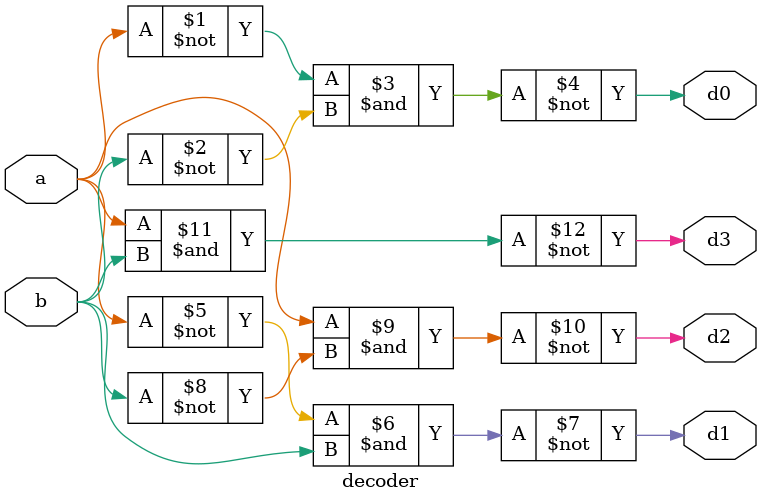
<source format=v>
`timescale 1ns / 1ps
module decoder(
    input a,b,
    output d0,d1,d2,d3
    );
assign d0=~(~a&~b);
assign d1=~(~a&b);
assign d2=~(a&~b);
assign d3=~(a&b);
endmodule

</source>
